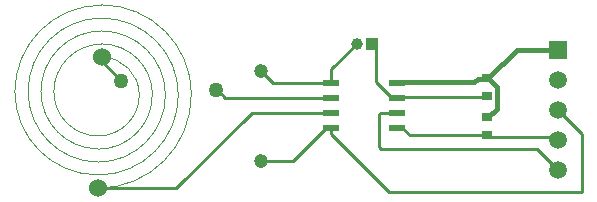
<source format=gtl>
G04*
G04 #@! TF.GenerationSoftware,Altium Limited,Altium Designer,20.2.7 (254)*
G04*
G04 Layer_Physical_Order=1*
G04 Layer_Color=255*
%FSLAX23Y23*%
%MOIN*%
G70*
G04*
G04 #@! TF.SameCoordinates,66DE7B0B-367C-45AC-96F2-8558094BDFBB*
G04*
G04*
G04 #@! TF.FilePolarity,Positive*
G04*
G01*
G75*
%ADD13C,0.010*%
%ADD14R,0.056X0.021*%
%ADD15R,0.035X0.028*%
%ADD25C,0.004*%
%ADD26C,0.015*%
%ADD27C,0.060*%
%ADD28R,0.039X0.039*%
%ADD29C,0.039*%
%ADD30C,0.059*%
%ADD31R,0.059X0.059*%
%ADD32C,0.047*%
%ADD33C,0.050*%
D13*
X5727Y1415D02*
X6080D01*
X5702Y1440D02*
X5727Y1415D01*
X5695Y1440D02*
X5702D01*
X5380Y1471D02*
Y1471D01*
Y1470D02*
Y1471D01*
X5304Y1113D02*
X5564D01*
X5816Y1365D02*
X6080D01*
X5564Y1113D02*
X5816Y1365D01*
X5315Y1536D02*
Y1550D01*
Y1536D02*
X5380Y1471D01*
X5845Y1505D02*
X5885Y1465D01*
X6080D01*
X5845Y1205D02*
X5952D01*
X6062Y1315D01*
X6080D01*
X6274Y1101D02*
X6915D01*
X6080Y1295D02*
X6274Y1101D01*
X6080Y1295D02*
Y1315D01*
X6342Y1290D02*
X6600D01*
X6318Y1315D02*
X6342Y1290D01*
X6300Y1315D02*
X6318D01*
X6240Y1251D02*
Y1350D01*
X6765Y1245D02*
X6835Y1175D01*
X6246Y1245D02*
X6765D01*
X6240Y1251D02*
X6246Y1245D01*
X6230Y1468D02*
Y1580D01*
X6215Y1595D02*
X6230Y1580D01*
X6302Y1418D02*
X6597D01*
X6600Y1420D01*
X6300Y1415D02*
X6302Y1418D01*
X6080Y1465D02*
Y1510D01*
X6165Y1595D01*
X6835Y1375D02*
X6915Y1295D01*
Y1101D02*
Y1295D01*
X6239Y1351D02*
X6240Y1350D01*
X6239Y1351D02*
Y1359D01*
X6245Y1365D01*
X6300D01*
X6230Y1468D02*
X6282Y1415D01*
X6300D01*
X6827Y1283D02*
X6835Y1275D01*
X6600Y1290D02*
X6608Y1283D01*
X6827D01*
X6600Y1350D02*
X6604D01*
X6600Y1479D02*
X6604D01*
D14*
X6080Y1465D02*
D03*
Y1415D02*
D03*
Y1365D02*
D03*
Y1315D02*
D03*
X6300D02*
D03*
Y1365D02*
D03*
Y1415D02*
D03*
Y1465D02*
D03*
D15*
X6600Y1420D02*
D03*
Y1479D02*
D03*
X6600Y1290D02*
D03*
Y1350D02*
D03*
D25*
X5304Y1157D02*
G03*
X5571Y1424I0J267D01*
G01*
X5304Y1113D02*
G03*
X5615Y1424I0J310D01*
G01*
X5441D02*
G03*
X5315Y1550I-126J0D01*
G01*
X5304Y1287D02*
G03*
X5441Y1424I0J137D01*
G01*
X5615D02*
G03*
X5315Y1723I-300J0D01*
G01*
D02*
G03*
X5026Y1435I0J-289D01*
G01*
X5026D02*
G03*
X5304Y1157I278J0D01*
G01*
X5571Y1424D02*
G03*
X5315Y1680I-256J0D01*
G01*
D02*
G03*
X5070Y1435I0J-245D01*
G01*
X5070D02*
G03*
X5304Y1200I235J0D01*
G01*
D02*
G03*
X5528Y1424I0J224D01*
G01*
X5528D02*
G03*
X5315Y1637I-213J0D01*
G01*
D02*
G03*
X5113Y1435I0J-202D01*
G01*
X5113D02*
G03*
X5304Y1243I191J0D01*
G01*
D02*
G03*
X5485Y1424I0J180D01*
G01*
X5485D02*
G03*
X5315Y1593I-170J0D01*
G01*
D02*
G03*
X5156Y1435I0J-159D01*
G01*
X5156D02*
G03*
X5304Y1287I148J0D01*
G01*
D26*
X6301Y1466D02*
X6558D01*
X6598Y1477D02*
X6600Y1479D01*
X6569Y1477D02*
X6598D01*
X6558Y1466D02*
X6569Y1477D01*
X6300Y1465D02*
X6301Y1466D01*
X6604Y1350D02*
X6633Y1378D01*
Y1450D01*
X6604Y1479D02*
X6700Y1575D01*
X6604Y1479D02*
X6633Y1450D01*
X6700Y1575D02*
X6835D01*
D27*
X5304Y1113D02*
D03*
X5315Y1550D02*
D03*
D28*
X6215Y1595D02*
D03*
D29*
X6165D02*
D03*
D30*
X6835Y1175D02*
D03*
Y1275D02*
D03*
Y1375D02*
D03*
Y1475D02*
D03*
D31*
Y1575D02*
D03*
D32*
X5845Y1505D02*
D03*
Y1205D02*
D03*
D33*
X5695Y1440D02*
D03*
X5380Y1471D02*
D03*
M02*

</source>
